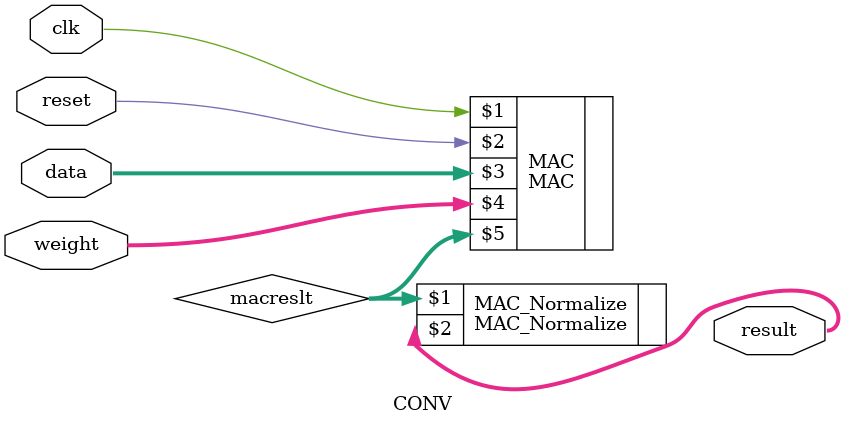
<source format=v>
`timescale 1ns / 1ps

module CONV
(
    input clk,
    input reset,
    input [23:0] data,
    input [23:0] weight,
    output [7:0] result
);
    wire [15:0] macreslt;
    
    MAC MAC(clk, reset, data, weight, macreslt);
    MAC_Normalize MAC_Normalize(macreslt, result);
    
endmodule

</source>
